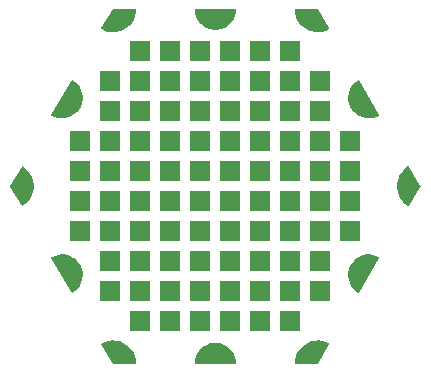
<source format=gbr>
G04 EAGLE Gerber X2 export*
%TF.Part,Single*%
%TF.FileFunction,Soldermask,Top,1*%
%TF.FilePolarity,Negative*%
%TF.GenerationSoftware,Autodesk,EAGLE,8.7.1*%
%TF.CreationDate,2018-07-15T20:19:29Z*%
G75*
%MOMM*%
%FSLAX34Y34*%
%LPD*%
%AMOC8*
5,1,8,0,0,1.08239X$1,22.5*%
G01*
%ADD10C,1.101600*%
%ADD11R,1.701600X1.701600*%

G36*
X363231Y195709D02*
X363231Y195709D01*
X363260Y195706D01*
X363327Y195728D01*
X363397Y195742D01*
X363421Y195759D01*
X363449Y195768D01*
X363502Y195815D01*
X363561Y195855D01*
X363577Y195879D01*
X363599Y195899D01*
X363630Y195963D01*
X363668Y196022D01*
X363673Y196051D01*
X363685Y196077D01*
X363694Y196177D01*
X363701Y196219D01*
X363698Y196229D01*
X363700Y196243D01*
X363468Y199041D01*
X363458Y199075D01*
X363454Y199123D01*
X362765Y201844D01*
X362750Y201876D01*
X362738Y201922D01*
X361610Y204494D01*
X361590Y204522D01*
X361571Y204566D01*
X360035Y206917D01*
X360011Y206941D01*
X359985Y206982D01*
X358083Y209047D01*
X358055Y209068D01*
X358022Y209103D01*
X355807Y210828D01*
X355776Y210843D01*
X355738Y210873D01*
X353268Y212209D01*
X353235Y212219D01*
X353193Y212242D01*
X352007Y212650D01*
X350553Y213149D01*
X350537Y213154D01*
X350503Y213159D01*
X350457Y213174D01*
X347688Y213636D01*
X347653Y213635D01*
X347606Y213643D01*
X344798Y213643D01*
X344764Y213636D01*
X344716Y213636D01*
X341947Y213174D01*
X341914Y213162D01*
X341867Y213154D01*
X339211Y212242D01*
X339181Y212225D01*
X339136Y212209D01*
X336666Y210873D01*
X336640Y210851D01*
X336597Y210828D01*
X334382Y209103D01*
X334359Y209077D01*
X334321Y209047D01*
X332419Y206982D01*
X332401Y206952D01*
X332369Y206917D01*
X330833Y204566D01*
X330820Y204534D01*
X330794Y204494D01*
X329666Y201922D01*
X329659Y201889D01*
X329656Y201882D01*
X329650Y201873D01*
X329649Y201867D01*
X329639Y201844D01*
X328950Y199123D01*
X328948Y199088D01*
X328936Y199041D01*
X328704Y196243D01*
X328708Y196214D01*
X328703Y196185D01*
X328720Y196116D01*
X328728Y196046D01*
X328742Y196020D01*
X328749Y195992D01*
X328791Y195935D01*
X328826Y195873D01*
X328850Y195855D01*
X328867Y195832D01*
X328928Y195796D01*
X328985Y195753D01*
X329013Y195745D01*
X329038Y195730D01*
X329136Y195714D01*
X329177Y195703D01*
X329188Y195705D01*
X329202Y195703D01*
X363202Y195703D01*
X363231Y195709D01*
G37*
G36*
X347640Y478768D02*
X347640Y478768D01*
X347688Y478768D01*
X350457Y479230D01*
X350490Y479242D01*
X350537Y479250D01*
X353193Y480162D01*
X353223Y480179D01*
X353268Y480195D01*
X355738Y481531D01*
X355764Y481553D01*
X355807Y481576D01*
X358022Y483301D01*
X358045Y483327D01*
X358083Y483357D01*
X359985Y485422D01*
X360003Y485452D01*
X360035Y485487D01*
X361571Y487838D01*
X361584Y487870D01*
X361610Y487910D01*
X362738Y490482D01*
X362745Y490515D01*
X362765Y490560D01*
X363454Y493281D01*
X363456Y493316D01*
X363468Y493363D01*
X363700Y496161D01*
X363696Y496190D01*
X363701Y496219D01*
X363685Y496288D01*
X363676Y496358D01*
X363662Y496384D01*
X363655Y496412D01*
X363613Y496469D01*
X363578Y496531D01*
X363554Y496549D01*
X363537Y496572D01*
X363476Y496608D01*
X363419Y496651D01*
X363391Y496659D01*
X363366Y496674D01*
X363268Y496690D01*
X363227Y496701D01*
X363216Y496699D01*
X363202Y496701D01*
X329202Y496701D01*
X329173Y496695D01*
X329144Y496698D01*
X329077Y496676D01*
X329007Y496662D01*
X328983Y496645D01*
X328955Y496636D01*
X328902Y496589D01*
X328843Y496549D01*
X328828Y496525D01*
X328806Y496505D01*
X328774Y496441D01*
X328736Y496382D01*
X328731Y496353D01*
X328719Y496327D01*
X328710Y496227D01*
X328703Y496185D01*
X328706Y496175D01*
X328704Y496161D01*
X328936Y493363D01*
X328946Y493329D01*
X328950Y493281D01*
X329639Y490560D01*
X329654Y490528D01*
X329666Y490482D01*
X330794Y487910D01*
X330814Y487882D01*
X330833Y487838D01*
X332369Y485487D01*
X332393Y485463D01*
X332419Y485422D01*
X334321Y483357D01*
X334349Y483336D01*
X334382Y483301D01*
X336597Y481576D01*
X336628Y481561D01*
X336666Y481531D01*
X339136Y480195D01*
X339169Y480185D01*
X339211Y480162D01*
X341867Y479250D01*
X341901Y479246D01*
X341947Y479230D01*
X344716Y478768D01*
X344751Y478769D01*
X344798Y478761D01*
X347606Y478761D01*
X347640Y478768D01*
G37*
G36*
X224809Y256012D02*
X224809Y256012D01*
X224880Y256009D01*
X224907Y256019D01*
X224936Y256021D01*
X225026Y256063D01*
X225066Y256078D01*
X225074Y256086D01*
X225087Y256092D01*
X227390Y257691D01*
X227414Y257717D01*
X227454Y257744D01*
X229463Y259701D01*
X229482Y259730D01*
X229517Y259763D01*
X231176Y262024D01*
X231191Y262055D01*
X231220Y262094D01*
X232484Y264597D01*
X232493Y264631D01*
X232515Y264674D01*
X233351Y267351D01*
X233354Y267385D01*
X233369Y267431D01*
X233752Y270210D01*
X233750Y270244D01*
X233756Y270292D01*
X233677Y273095D01*
X233669Y273129D01*
X233668Y273177D01*
X233129Y275929D01*
X233115Y275961D01*
X233106Y276009D01*
X232121Y278634D01*
X232106Y278659D01*
X232101Y278679D01*
X232093Y278690D01*
X232086Y278709D01*
X230682Y281137D01*
X230659Y281163D01*
X230635Y281205D01*
X228851Y283368D01*
X228824Y283390D01*
X228793Y283427D01*
X226677Y285268D01*
X226647Y285285D01*
X226611Y285317D01*
X224220Y286784D01*
X224188Y286795D01*
X224147Y286821D01*
X221548Y287874D01*
X221514Y287881D01*
X221469Y287899D01*
X218732Y288510D01*
X218697Y288511D01*
X218650Y288522D01*
X215850Y288674D01*
X215816Y288669D01*
X215768Y288672D01*
X212980Y288362D01*
X212947Y288351D01*
X212899Y288346D01*
X210201Y287581D01*
X210171Y287565D01*
X210124Y287552D01*
X207589Y286353D01*
X207565Y286336D01*
X207538Y286326D01*
X207486Y286277D01*
X207429Y286234D01*
X207415Y286209D01*
X207394Y286189D01*
X207365Y286124D01*
X207329Y286063D01*
X207326Y286034D01*
X207314Y286007D01*
X207313Y285936D01*
X207304Y285865D01*
X207312Y285837D01*
X207312Y285808D01*
X207346Y285715D01*
X207358Y285674D01*
X207365Y285665D01*
X207370Y285652D01*
X224370Y256252D01*
X224389Y256230D01*
X224402Y256204D01*
X224455Y256156D01*
X224502Y256103D01*
X224528Y256091D01*
X224550Y256071D01*
X224617Y256048D01*
X224681Y256018D01*
X224710Y256016D01*
X224738Y256007D01*
X224809Y256012D01*
G37*
G36*
X476588Y403735D02*
X476588Y403735D01*
X476636Y403732D01*
X479424Y404042D01*
X479457Y404053D01*
X479505Y404058D01*
X482203Y404823D01*
X482233Y404839D01*
X482280Y404852D01*
X484815Y406051D01*
X484839Y406068D01*
X484866Y406078D01*
X484918Y406127D01*
X484975Y406170D01*
X484989Y406195D01*
X485011Y406215D01*
X485039Y406280D01*
X485075Y406342D01*
X485078Y406370D01*
X485090Y406397D01*
X485091Y406468D01*
X485100Y406539D01*
X485092Y406567D01*
X485092Y406596D01*
X485058Y406689D01*
X485046Y406730D01*
X485039Y406739D01*
X485034Y406752D01*
X468034Y436152D01*
X468015Y436174D01*
X468002Y436200D01*
X467949Y436248D01*
X467902Y436301D01*
X467876Y436313D01*
X467854Y436333D01*
X467787Y436356D01*
X467723Y436386D01*
X467694Y436388D01*
X467666Y436397D01*
X467595Y436392D01*
X467524Y436395D01*
X467497Y436385D01*
X467468Y436383D01*
X467378Y436341D01*
X467338Y436326D01*
X467330Y436318D01*
X467317Y436312D01*
X465014Y434713D01*
X464990Y434688D01*
X464950Y434660D01*
X462941Y432703D01*
X462922Y432674D01*
X462887Y432641D01*
X461228Y430380D01*
X461213Y430349D01*
X461184Y430310D01*
X459920Y427807D01*
X459911Y427773D01*
X459889Y427730D01*
X459053Y425053D01*
X459050Y425019D01*
X459035Y424973D01*
X458652Y422194D01*
X458654Y422160D01*
X458648Y422112D01*
X458727Y419309D01*
X458735Y419275D01*
X458736Y419227D01*
X459275Y416475D01*
X459289Y416443D01*
X459298Y416395D01*
X460283Y413770D01*
X460301Y413740D01*
X460318Y413695D01*
X461722Y411267D01*
X461745Y411241D01*
X461769Y411200D01*
X463553Y409036D01*
X463580Y409014D01*
X463611Y408977D01*
X465727Y407136D01*
X465757Y407119D01*
X465793Y407088D01*
X468184Y405620D01*
X468216Y405609D01*
X468257Y405583D01*
X470856Y404530D01*
X470890Y404523D01*
X470935Y404505D01*
X473672Y403894D01*
X473707Y403893D01*
X473754Y403882D01*
X476554Y403730D01*
X476588Y403735D01*
G37*
G36*
X467628Y256013D02*
X467628Y256013D01*
X467699Y256012D01*
X467726Y256023D01*
X467755Y256027D01*
X467817Y256061D01*
X467882Y256089D01*
X467903Y256110D01*
X467928Y256124D01*
X467991Y256200D01*
X468021Y256231D01*
X468025Y256241D01*
X468034Y256252D01*
X485034Y285652D01*
X485043Y285680D01*
X485060Y285704D01*
X485075Y285773D01*
X485097Y285841D01*
X485095Y285870D01*
X485101Y285898D01*
X485088Y285968D01*
X485082Y286039D01*
X485069Y286065D01*
X485063Y286093D01*
X485023Y286152D01*
X484991Y286215D01*
X484968Y286234D01*
X484952Y286258D01*
X484870Y286315D01*
X484837Y286342D01*
X484827Y286345D01*
X484815Y286353D01*
X482280Y287552D01*
X482246Y287560D01*
X482203Y287581D01*
X479505Y288346D01*
X479470Y288348D01*
X479424Y288362D01*
X476636Y288672D01*
X476602Y288669D01*
X476554Y288674D01*
X473754Y288522D01*
X473720Y288513D01*
X473672Y288510D01*
X470935Y287899D01*
X470903Y287885D01*
X470856Y287874D01*
X468257Y286821D01*
X468228Y286802D01*
X468184Y286784D01*
X465793Y285317D01*
X465768Y285293D01*
X465727Y285268D01*
X463611Y283427D01*
X463590Y283400D01*
X463553Y283368D01*
X461769Y281205D01*
X461753Y281174D01*
X461722Y281137D01*
X460318Y278709D01*
X460307Y278676D01*
X460300Y278663D01*
X460290Y278649D01*
X460290Y278646D01*
X460283Y278634D01*
X459298Y276009D01*
X459292Y275974D01*
X459275Y275929D01*
X458736Y273177D01*
X458736Y273143D01*
X458727Y273095D01*
X458648Y270292D01*
X458654Y270258D01*
X458652Y270210D01*
X459035Y267431D01*
X459047Y267399D01*
X459053Y267351D01*
X459889Y264674D01*
X459906Y264643D01*
X459920Y264597D01*
X461184Y262094D01*
X461206Y262067D01*
X461228Y262024D01*
X462887Y259763D01*
X462913Y259740D01*
X462941Y259701D01*
X464950Y257744D01*
X464979Y257725D01*
X465014Y257691D01*
X467317Y256092D01*
X467344Y256080D01*
X467367Y256062D01*
X467435Y256041D01*
X467500Y256013D01*
X467529Y256013D01*
X467557Y256005D01*
X467628Y256013D01*
G37*
G36*
X218650Y403882D02*
X218650Y403882D01*
X218684Y403891D01*
X218732Y403894D01*
X221469Y404505D01*
X221501Y404519D01*
X221548Y404530D01*
X224147Y405583D01*
X224176Y405602D01*
X224220Y405620D01*
X226611Y407088D01*
X226636Y407111D01*
X226677Y407136D01*
X228793Y408977D01*
X228814Y409004D01*
X228851Y409036D01*
X230635Y411200D01*
X230651Y411230D01*
X230682Y411267D01*
X232086Y413695D01*
X232097Y413728D01*
X232121Y413770D01*
X233106Y416395D01*
X233112Y416430D01*
X233129Y416475D01*
X233668Y419227D01*
X233668Y419262D01*
X233677Y419309D01*
X233756Y422112D01*
X233751Y422146D01*
X233752Y422194D01*
X233369Y424973D01*
X233357Y425005D01*
X233351Y425053D01*
X232515Y427730D01*
X232498Y427761D01*
X232484Y427807D01*
X231220Y430310D01*
X231198Y430337D01*
X231176Y430380D01*
X229517Y432641D01*
X229491Y432664D01*
X229463Y432703D01*
X227454Y434660D01*
X227425Y434679D01*
X227390Y434713D01*
X225087Y436312D01*
X225060Y436324D01*
X225037Y436342D01*
X224969Y436363D01*
X224904Y436391D01*
X224875Y436391D01*
X224847Y436399D01*
X224776Y436391D01*
X224705Y436392D01*
X224678Y436381D01*
X224649Y436377D01*
X224587Y436343D01*
X224522Y436315D01*
X224501Y436294D01*
X224476Y436280D01*
X224413Y436204D01*
X224383Y436173D01*
X224379Y436163D01*
X224370Y436152D01*
X207370Y406752D01*
X207361Y406724D01*
X207344Y406700D01*
X207329Y406631D01*
X207307Y406563D01*
X207309Y406534D01*
X207303Y406506D01*
X207316Y406436D01*
X207322Y406365D01*
X207335Y406339D01*
X207341Y406311D01*
X207381Y406252D01*
X207413Y406189D01*
X207436Y406170D01*
X207452Y406146D01*
X207534Y406089D01*
X207567Y406062D01*
X207577Y406059D01*
X207589Y406051D01*
X210124Y404852D01*
X210158Y404844D01*
X210201Y404823D01*
X212899Y404058D01*
X212934Y404056D01*
X212980Y404042D01*
X215768Y403732D01*
X215802Y403735D01*
X215850Y403730D01*
X218650Y403882D01*
G37*
G36*
X509929Y329213D02*
X509929Y329213D01*
X510000Y329213D01*
X510027Y329224D01*
X510056Y329227D01*
X510118Y329262D01*
X510183Y329290D01*
X510204Y329310D01*
X510229Y329325D01*
X510292Y329402D01*
X510322Y329432D01*
X510326Y329442D01*
X510335Y329453D01*
X519835Y345953D01*
X519845Y345985D01*
X519854Y345998D01*
X519858Y346022D01*
X519859Y346026D01*
X519890Y346096D01*
X519890Y346120D01*
X519898Y346142D01*
X519892Y346218D01*
X519893Y346295D01*
X519883Y346319D01*
X519882Y346340D01*
X519861Y346379D01*
X519835Y346451D01*
X510335Y362951D01*
X510316Y362973D01*
X510303Y362999D01*
X510250Y363047D01*
X510203Y363100D01*
X510177Y363113D01*
X510156Y363132D01*
X510088Y363155D01*
X510024Y363186D01*
X509995Y363188D01*
X509968Y363197D01*
X509896Y363192D01*
X509825Y363195D01*
X509798Y363185D01*
X509769Y363183D01*
X509679Y363141D01*
X509639Y363126D01*
X509631Y363119D01*
X509618Y363113D01*
X507095Y361371D01*
X507071Y361347D01*
X507033Y361320D01*
X504821Y359196D01*
X504802Y359168D01*
X504768Y359136D01*
X502926Y356685D01*
X502912Y356654D01*
X502883Y356617D01*
X501458Y353902D01*
X501449Y353871D01*
X501433Y353846D01*
X501432Y353838D01*
X501427Y353828D01*
X500456Y350920D01*
X500452Y350886D01*
X500437Y350842D01*
X499945Y347815D01*
X499946Y347781D01*
X499938Y347735D01*
X499938Y344669D01*
X499939Y344665D01*
X499939Y344663D01*
X499945Y344636D01*
X499945Y344589D01*
X500437Y341562D01*
X500449Y341531D01*
X500456Y341484D01*
X501427Y338576D01*
X501444Y338547D01*
X501458Y338502D01*
X502883Y335787D01*
X502905Y335761D01*
X502926Y335719D01*
X504768Y333268D01*
X504793Y333245D01*
X504821Y333208D01*
X507033Y331084D01*
X507061Y331066D01*
X507095Y331033D01*
X509618Y329291D01*
X509645Y329280D01*
X509667Y329261D01*
X509736Y329241D01*
X509801Y329213D01*
X509830Y329213D01*
X509858Y329205D01*
X509929Y329213D01*
G37*
G36*
X182508Y329212D02*
X182508Y329212D01*
X182579Y329209D01*
X182606Y329219D01*
X182635Y329221D01*
X182725Y329263D01*
X182765Y329278D01*
X182773Y329285D01*
X182786Y329291D01*
X185309Y331033D01*
X185333Y331057D01*
X185371Y331084D01*
X187583Y333208D01*
X187602Y333236D01*
X187636Y333268D01*
X189478Y335719D01*
X189492Y335750D01*
X189521Y335787D01*
X190946Y338502D01*
X190955Y338535D01*
X190977Y338576D01*
X191948Y341484D01*
X191952Y341518D01*
X191967Y341562D01*
X192459Y344589D01*
X192458Y344623D01*
X192466Y344669D01*
X192466Y347735D01*
X192459Y347768D01*
X192459Y347815D01*
X191967Y350842D01*
X191955Y350873D01*
X191948Y350920D01*
X190977Y353828D01*
X190964Y353851D01*
X190958Y353876D01*
X190951Y353885D01*
X190946Y353902D01*
X189521Y356617D01*
X189499Y356643D01*
X189478Y356685D01*
X187636Y359136D01*
X187611Y359159D01*
X187583Y359196D01*
X185371Y361320D01*
X185343Y361338D01*
X185309Y361371D01*
X182786Y363113D01*
X182759Y363124D01*
X182737Y363143D01*
X182668Y363163D01*
X182603Y363191D01*
X182574Y363191D01*
X182546Y363199D01*
X182475Y363191D01*
X182404Y363192D01*
X182377Y363180D01*
X182348Y363177D01*
X182286Y363142D01*
X182221Y363114D01*
X182200Y363094D01*
X182175Y363079D01*
X182112Y363002D01*
X182082Y362972D01*
X182078Y362962D01*
X182069Y362951D01*
X172569Y346451D01*
X172545Y346378D01*
X172514Y346308D01*
X172514Y346284D01*
X172506Y346262D01*
X172513Y346186D01*
X172512Y346109D01*
X172521Y346085D01*
X172522Y346064D01*
X172543Y346025D01*
X172562Y345973D01*
X172563Y345967D01*
X172565Y345965D01*
X172569Y345953D01*
X182069Y329453D01*
X182088Y329431D01*
X182101Y329405D01*
X182154Y329357D01*
X182201Y329304D01*
X182227Y329291D01*
X182249Y329272D01*
X182316Y329249D01*
X182380Y329218D01*
X182409Y329217D01*
X182436Y329207D01*
X182508Y329212D01*
G37*
G36*
X432878Y195718D02*
X432878Y195718D01*
X432956Y195727D01*
X432975Y195738D01*
X432997Y195742D01*
X433061Y195786D01*
X433129Y195825D01*
X433145Y195844D01*
X433161Y195855D01*
X433185Y195893D01*
X433235Y195953D01*
X442735Y212453D01*
X442744Y212480D01*
X442760Y212504D01*
X442775Y212574D01*
X442798Y212642D01*
X442795Y212670D01*
X442801Y212698D01*
X442788Y212769D01*
X442782Y212840D01*
X442769Y212865D01*
X442763Y212893D01*
X442723Y212953D01*
X442690Y213016D01*
X442668Y213034D01*
X442652Y213058D01*
X442569Y213116D01*
X442537Y213143D01*
X442526Y213146D01*
X442516Y213153D01*
X439750Y214462D01*
X439717Y214470D01*
X439674Y214490D01*
X436734Y215338D01*
X436700Y215341D01*
X436656Y215354D01*
X433618Y215719D01*
X433584Y215716D01*
X433537Y215722D01*
X430480Y215595D01*
X430447Y215587D01*
X430400Y215586D01*
X427403Y214970D01*
X427372Y214957D01*
X427326Y214948D01*
X424466Y213859D01*
X424438Y213841D01*
X424394Y213825D01*
X421746Y212291D01*
X421720Y212269D01*
X421680Y212246D01*
X419312Y210308D01*
X419290Y210281D01*
X419254Y210252D01*
X417227Y207959D01*
X417211Y207930D01*
X417179Y207895D01*
X415547Y205307D01*
X415535Y205275D01*
X415510Y205236D01*
X414314Y202419D01*
X414307Y202386D01*
X414304Y202379D01*
X414300Y202373D01*
X414299Y202367D01*
X414288Y202343D01*
X413560Y199371D01*
X413558Y199337D01*
X413547Y199292D01*
X413304Y196242D01*
X413308Y196213D01*
X413303Y196185D01*
X413320Y196116D01*
X413328Y196044D01*
X413343Y196020D01*
X413349Y195992D01*
X413392Y195934D01*
X413428Y195872D01*
X413450Y195855D01*
X413467Y195832D01*
X413529Y195795D01*
X413586Y195752D01*
X413614Y195745D01*
X413638Y195730D01*
X413738Y195714D01*
X413779Y195703D01*
X413789Y195705D01*
X413802Y195703D01*
X432802Y195703D01*
X432878Y195718D01*
G37*
G36*
X433571Y476687D02*
X433571Y476687D01*
X433618Y476685D01*
X436656Y477050D01*
X436688Y477061D01*
X436734Y477066D01*
X439674Y477914D01*
X439704Y477930D01*
X439750Y477942D01*
X442516Y479251D01*
X442538Y479268D01*
X442565Y479278D01*
X442617Y479327D01*
X442675Y479370D01*
X442689Y479395D01*
X442710Y479414D01*
X442739Y479480D01*
X442775Y479542D01*
X442778Y479570D01*
X442790Y479596D01*
X442791Y479668D01*
X442800Y479739D01*
X442792Y479766D01*
X442793Y479795D01*
X442757Y479890D01*
X442746Y479930D01*
X442739Y479939D01*
X442735Y479951D01*
X433235Y496451D01*
X433183Y496510D01*
X433137Y496572D01*
X433118Y496583D01*
X433103Y496600D01*
X433033Y496634D01*
X432966Y496674D01*
X432942Y496678D01*
X432924Y496686D01*
X432879Y496688D01*
X432802Y496701D01*
X413802Y496701D01*
X413774Y496696D01*
X413746Y496698D01*
X413678Y496676D01*
X413607Y496662D01*
X413584Y496646D01*
X413557Y496637D01*
X413502Y496590D01*
X413443Y496549D01*
X413428Y496525D01*
X413407Y496507D01*
X413375Y496442D01*
X413336Y496382D01*
X413331Y496354D01*
X413319Y496328D01*
X413310Y496227D01*
X413303Y496185D01*
X413305Y496175D01*
X413304Y496162D01*
X413547Y493112D01*
X413556Y493080D01*
X413560Y493033D01*
X414288Y490061D01*
X414303Y490030D01*
X414314Y489985D01*
X415510Y487168D01*
X415529Y487140D01*
X415547Y487097D01*
X417179Y484509D01*
X417203Y484485D01*
X417227Y484445D01*
X419254Y482152D01*
X419281Y482132D01*
X419312Y482096D01*
X421680Y480158D01*
X421710Y480142D01*
X421746Y480113D01*
X424394Y478580D01*
X424426Y478569D01*
X424466Y478545D01*
X427326Y477457D01*
X427359Y477451D01*
X427403Y477434D01*
X430400Y476818D01*
X430434Y476818D01*
X430480Y476809D01*
X433537Y476682D01*
X433571Y476687D01*
G37*
G36*
X278630Y195708D02*
X278630Y195708D01*
X278658Y195706D01*
X278726Y195728D01*
X278797Y195742D01*
X278820Y195758D01*
X278847Y195767D01*
X278902Y195814D01*
X278961Y195855D01*
X278976Y195879D01*
X278998Y195897D01*
X279029Y195962D01*
X279068Y196022D01*
X279073Y196050D01*
X279085Y196076D01*
X279094Y196177D01*
X279101Y196219D01*
X279099Y196229D01*
X279100Y196242D01*
X278857Y199292D01*
X278848Y199324D01*
X278844Y199371D01*
X278116Y202343D01*
X278101Y202374D01*
X278090Y202419D01*
X276894Y205236D01*
X276875Y205264D01*
X276857Y205307D01*
X275225Y207895D01*
X275201Y207919D01*
X275177Y207959D01*
X273150Y210252D01*
X273123Y210272D01*
X273092Y210308D01*
X270725Y212246D01*
X270694Y212262D01*
X270658Y212291D01*
X268010Y213825D01*
X267978Y213835D01*
X267938Y213859D01*
X265078Y214948D01*
X265045Y214953D01*
X265001Y214970D01*
X262004Y215586D01*
X261970Y215586D01*
X261924Y215595D01*
X258867Y215722D01*
X258833Y215717D01*
X258786Y215719D01*
X255748Y215354D01*
X255716Y215343D01*
X255670Y215338D01*
X252730Y214490D01*
X252700Y214474D01*
X252655Y214462D01*
X249889Y213153D01*
X249866Y213136D01*
X249839Y213126D01*
X249787Y213077D01*
X249729Y213034D01*
X249715Y213009D01*
X249694Y212990D01*
X249665Y212924D01*
X249629Y212862D01*
X249626Y212834D01*
X249614Y212808D01*
X249613Y212736D01*
X249604Y212665D01*
X249612Y212638D01*
X249612Y212609D01*
X249647Y212514D01*
X249658Y212474D01*
X249665Y212465D01*
X249669Y212453D01*
X259169Y195953D01*
X259221Y195895D01*
X259267Y195832D01*
X259286Y195821D01*
X259301Y195804D01*
X259371Y195770D01*
X259438Y195730D01*
X259463Y195726D01*
X259480Y195718D01*
X259525Y195716D01*
X259602Y195703D01*
X278602Y195703D01*
X278630Y195708D01*
G37*
G36*
X261924Y476809D02*
X261924Y476809D01*
X261957Y476817D01*
X262004Y476818D01*
X265001Y477434D01*
X265032Y477447D01*
X265078Y477457D01*
X267938Y478545D01*
X267967Y478563D01*
X268010Y478580D01*
X270658Y480113D01*
X270684Y480135D01*
X270725Y480158D01*
X273092Y482096D01*
X273114Y482123D01*
X273150Y482152D01*
X275177Y484445D01*
X275194Y484474D01*
X275225Y484509D01*
X276857Y487097D01*
X276869Y487129D01*
X276894Y487168D01*
X278090Y489985D01*
X278097Y490018D01*
X278116Y490061D01*
X278844Y493033D01*
X278846Y493067D01*
X278857Y493112D01*
X279100Y496162D01*
X279096Y496191D01*
X279101Y496219D01*
X279084Y496288D01*
X279076Y496360D01*
X279062Y496384D01*
X279055Y496412D01*
X279012Y496470D01*
X278977Y496532D01*
X278954Y496549D01*
X278937Y496572D01*
X278875Y496609D01*
X278818Y496652D01*
X278790Y496659D01*
X278766Y496674D01*
X278666Y496690D01*
X278625Y496701D01*
X278615Y496699D01*
X278602Y496701D01*
X259602Y496701D01*
X259526Y496686D01*
X259448Y496677D01*
X259429Y496666D01*
X259407Y496662D01*
X259343Y496618D01*
X259275Y496579D01*
X259259Y496560D01*
X259243Y496549D01*
X259219Y496511D01*
X259169Y496451D01*
X249669Y479951D01*
X249660Y479924D01*
X249644Y479900D01*
X249629Y479830D01*
X249606Y479762D01*
X249609Y479734D01*
X249603Y479706D01*
X249617Y479636D01*
X249622Y479564D01*
X249635Y479539D01*
X249641Y479511D01*
X249681Y479451D01*
X249714Y479388D01*
X249736Y479370D01*
X249752Y479346D01*
X249835Y479288D01*
X249867Y479261D01*
X249878Y479258D01*
X249889Y479251D01*
X252655Y477942D01*
X252688Y477934D01*
X252730Y477914D01*
X255670Y477066D01*
X255704Y477063D01*
X255748Y477050D01*
X258786Y476685D01*
X258820Y476688D01*
X258867Y476682D01*
X261924Y476809D01*
G37*
D10*
X428802Y489302D03*
X511402Y346202D03*
X428802Y203102D03*
X263602Y203102D03*
X181002Y346202D03*
X263602Y489302D03*
X470102Y417702D03*
X470102Y274702D03*
X346202Y203102D03*
X222302Y274702D03*
X222302Y417702D03*
X346202Y489302D03*
D11*
X333502Y358902D03*
X333502Y333502D03*
X358902Y358902D03*
X358902Y333502D03*
X308102Y333502D03*
X282702Y333502D03*
X257302Y333502D03*
X231902Y333502D03*
X231902Y358902D03*
X257302Y358902D03*
X282702Y358902D03*
X308102Y358902D03*
X384302Y358902D03*
X409702Y358902D03*
X435102Y358902D03*
X460502Y358902D03*
X460502Y333502D03*
X435102Y333502D03*
X409702Y333502D03*
X384302Y333502D03*
X282702Y384302D03*
X257302Y384302D03*
X308102Y384302D03*
X333502Y384302D03*
X358902Y384302D03*
X384302Y384302D03*
X409702Y384302D03*
X435102Y384302D03*
X257302Y308102D03*
X282702Y308102D03*
X308102Y308102D03*
X333502Y308102D03*
X358902Y308102D03*
X384302Y308102D03*
X409702Y308102D03*
X435102Y308102D03*
X282702Y282702D03*
X308102Y282702D03*
X333502Y282702D03*
X358902Y282702D03*
X384302Y282702D03*
X409702Y282702D03*
X282702Y409702D03*
X308102Y409702D03*
X333502Y409702D03*
X358902Y409702D03*
X384302Y409702D03*
X409702Y409702D03*
X409702Y435102D03*
X384302Y435102D03*
X358902Y435102D03*
X333502Y435102D03*
X308102Y435102D03*
X282702Y435102D03*
X282702Y460502D03*
X308102Y460502D03*
X333502Y460502D03*
X358902Y460502D03*
X384302Y460502D03*
X409702Y460502D03*
X257302Y409702D03*
X435102Y409702D03*
X435102Y435102D03*
X257302Y435102D03*
X257302Y282702D03*
X257302Y257302D03*
X282702Y257302D03*
X308102Y257302D03*
X333502Y257302D03*
X358902Y257302D03*
X384302Y257302D03*
X409702Y257302D03*
X435102Y257302D03*
X435102Y282702D03*
X409702Y231902D03*
X384302Y231902D03*
X358902Y231902D03*
X333502Y231902D03*
X308102Y231902D03*
X282702Y231902D03*
X231902Y308102D03*
X231902Y384302D03*
X460502Y384302D03*
X460502Y308102D03*
M02*

</source>
